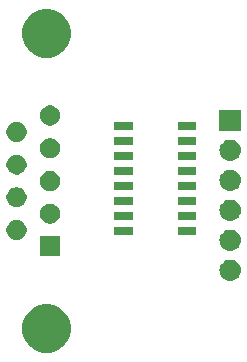
<source format=gbr>
G04 #@! TF.GenerationSoftware,KiCad,Pcbnew,(5.0.2)-1*
G04 #@! TF.CreationDate,2019-09-08T20:17:19-04:00*
G04 #@! TF.ProjectId,RS232_TTL_Female,52533233-325f-4545-944c-5f46656d616c,rev?*
G04 #@! TF.SameCoordinates,Original*
G04 #@! TF.FileFunction,Soldermask,Top*
G04 #@! TF.FilePolarity,Negative*
%FSLAX46Y46*%
G04 Gerber Fmt 4.6, Leading zero omitted, Abs format (unit mm)*
G04 Created by KiCad (PCBNEW (5.0.2)-1) date 9/8/2019 8:17:19 PM*
%MOMM*%
%LPD*%
G01*
G04 APERTURE LIST*
%ADD10C,0.100000*%
G04 APERTURE END LIST*
D10*
G36*
X8299252Y-25815818D02*
X8299254Y-25815819D01*
X8299255Y-25815819D01*
X8672513Y-25970427D01*
X8672514Y-25970428D01*
X9008439Y-26194886D01*
X9294114Y-26480561D01*
X9294116Y-26480564D01*
X9518573Y-26816487D01*
X9673181Y-27189745D01*
X9752000Y-27585994D01*
X9752000Y-27990006D01*
X9673181Y-28386255D01*
X9518573Y-28759513D01*
X9518572Y-28759514D01*
X9294114Y-29095439D01*
X9008439Y-29381114D01*
X9008436Y-29381116D01*
X8672513Y-29605573D01*
X8299255Y-29760181D01*
X8299254Y-29760181D01*
X8299252Y-29760182D01*
X7903007Y-29839000D01*
X7498993Y-29839000D01*
X7102748Y-29760182D01*
X7102746Y-29760181D01*
X7102745Y-29760181D01*
X6729487Y-29605573D01*
X6393564Y-29381116D01*
X6393561Y-29381114D01*
X6107886Y-29095439D01*
X5883428Y-28759514D01*
X5883427Y-28759513D01*
X5728819Y-28386255D01*
X5650000Y-27990006D01*
X5650000Y-27585994D01*
X5728819Y-27189745D01*
X5883427Y-26816487D01*
X6107884Y-26480564D01*
X6107886Y-26480561D01*
X6393561Y-26194886D01*
X6729486Y-25970428D01*
X6729487Y-25970427D01*
X7102745Y-25815819D01*
X7102746Y-25815819D01*
X7102748Y-25815818D01*
X7498993Y-25737000D01*
X7903007Y-25737000D01*
X8299252Y-25815818D01*
X8299252Y-25815818D01*
G37*
G36*
X23351443Y-21965519D02*
X23417627Y-21972037D01*
X23530853Y-22006384D01*
X23587467Y-22023557D01*
X23726087Y-22097652D01*
X23743991Y-22107222D01*
X23779729Y-22136552D01*
X23881186Y-22219814D01*
X23964448Y-22321271D01*
X23993778Y-22357009D01*
X23993779Y-22357011D01*
X24077443Y-22513533D01*
X24077443Y-22513534D01*
X24128963Y-22683373D01*
X24146359Y-22860000D01*
X24128963Y-23036627D01*
X24094616Y-23149853D01*
X24077443Y-23206467D01*
X24003348Y-23345087D01*
X23993778Y-23362991D01*
X23964448Y-23398729D01*
X23881186Y-23500186D01*
X23779729Y-23583448D01*
X23743991Y-23612778D01*
X23743989Y-23612779D01*
X23587467Y-23696443D01*
X23530853Y-23713616D01*
X23417627Y-23747963D01*
X23351442Y-23754482D01*
X23285260Y-23761000D01*
X23196740Y-23761000D01*
X23130558Y-23754482D01*
X23064373Y-23747963D01*
X22951147Y-23713616D01*
X22894533Y-23696443D01*
X22738011Y-23612779D01*
X22738009Y-23612778D01*
X22702271Y-23583448D01*
X22600814Y-23500186D01*
X22517552Y-23398729D01*
X22488222Y-23362991D01*
X22478652Y-23345087D01*
X22404557Y-23206467D01*
X22387384Y-23149853D01*
X22353037Y-23036627D01*
X22335641Y-22860000D01*
X22353037Y-22683373D01*
X22404557Y-22513534D01*
X22404557Y-22513533D01*
X22488221Y-22357011D01*
X22488222Y-22357009D01*
X22517552Y-22321271D01*
X22600814Y-22219814D01*
X22702271Y-22136552D01*
X22738009Y-22107222D01*
X22755913Y-22097652D01*
X22894533Y-22023557D01*
X22951147Y-22006384D01*
X23064373Y-21972037D01*
X23130557Y-21965519D01*
X23196740Y-21959000D01*
X23285260Y-21959000D01*
X23351443Y-21965519D01*
X23351443Y-21965519D01*
G37*
G36*
X8852000Y-21679000D02*
X7150000Y-21679000D01*
X7150000Y-19977000D01*
X8852000Y-19977000D01*
X8852000Y-21679000D01*
X8852000Y-21679000D01*
G37*
G36*
X23351443Y-19425519D02*
X23417627Y-19432037D01*
X23530853Y-19466384D01*
X23587467Y-19483557D01*
X23726087Y-19557652D01*
X23743991Y-19567222D01*
X23779729Y-19596552D01*
X23881186Y-19679814D01*
X23964448Y-19781271D01*
X23993778Y-19817009D01*
X23993779Y-19817011D01*
X24077443Y-19973533D01*
X24081067Y-19985481D01*
X24128963Y-20143373D01*
X24146359Y-20320000D01*
X24128963Y-20496627D01*
X24094616Y-20609853D01*
X24077443Y-20666467D01*
X24003348Y-20805087D01*
X23993778Y-20822991D01*
X23964448Y-20858729D01*
X23881186Y-20960186D01*
X23779729Y-21043448D01*
X23743991Y-21072778D01*
X23743989Y-21072779D01*
X23587467Y-21156443D01*
X23530853Y-21173616D01*
X23417627Y-21207963D01*
X23351442Y-21214482D01*
X23285260Y-21221000D01*
X23196740Y-21221000D01*
X23130558Y-21214482D01*
X23064373Y-21207963D01*
X22951147Y-21173616D01*
X22894533Y-21156443D01*
X22738011Y-21072779D01*
X22738009Y-21072778D01*
X22702271Y-21043448D01*
X22600814Y-20960186D01*
X22517552Y-20858729D01*
X22488222Y-20822991D01*
X22478652Y-20805087D01*
X22404557Y-20666467D01*
X22387384Y-20609853D01*
X22353037Y-20496627D01*
X22335641Y-20320000D01*
X22353037Y-20143373D01*
X22400933Y-19985481D01*
X22404557Y-19973533D01*
X22488221Y-19817011D01*
X22488222Y-19817009D01*
X22517552Y-19781271D01*
X22600814Y-19679814D01*
X22702271Y-19596552D01*
X22738009Y-19567222D01*
X22755913Y-19557652D01*
X22894533Y-19483557D01*
X22951147Y-19466384D01*
X23064373Y-19432037D01*
X23130557Y-19425519D01*
X23196740Y-19419000D01*
X23285260Y-19419000D01*
X23351443Y-19425519D01*
X23351443Y-19425519D01*
G37*
G36*
X5409228Y-18624703D02*
X5564100Y-18688853D01*
X5703481Y-18781985D01*
X5822015Y-18900519D01*
X5915147Y-19039900D01*
X5979297Y-19194772D01*
X6012000Y-19359184D01*
X6012000Y-19526816D01*
X5979297Y-19691228D01*
X5915147Y-19846100D01*
X5822015Y-19985481D01*
X5703481Y-20104015D01*
X5564100Y-20197147D01*
X5409228Y-20261297D01*
X5244816Y-20294000D01*
X5077184Y-20294000D01*
X4912772Y-20261297D01*
X4757900Y-20197147D01*
X4618519Y-20104015D01*
X4499985Y-19985481D01*
X4406853Y-19846100D01*
X4342703Y-19691228D01*
X4310000Y-19526816D01*
X4310000Y-19359184D01*
X4342703Y-19194772D01*
X4406853Y-19039900D01*
X4499985Y-18900519D01*
X4618519Y-18781985D01*
X4757900Y-18688853D01*
X4912772Y-18624703D01*
X5077184Y-18592000D01*
X5244816Y-18592000D01*
X5409228Y-18624703D01*
X5409228Y-18624703D01*
G37*
G36*
X14992000Y-19909000D02*
X13390000Y-19909000D01*
X13390000Y-19207000D01*
X14992000Y-19207000D01*
X14992000Y-19909000D01*
X14992000Y-19909000D01*
G37*
G36*
X20392000Y-19909000D02*
X18790000Y-19909000D01*
X18790000Y-19207000D01*
X20392000Y-19207000D01*
X20392000Y-19909000D01*
X20392000Y-19909000D01*
G37*
G36*
X8249228Y-17239703D02*
X8404100Y-17303853D01*
X8543481Y-17396985D01*
X8662015Y-17515519D01*
X8755147Y-17654900D01*
X8819297Y-17809772D01*
X8852000Y-17974184D01*
X8852000Y-18141816D01*
X8819297Y-18306228D01*
X8755147Y-18461100D01*
X8662015Y-18600481D01*
X8543481Y-18719015D01*
X8404100Y-18812147D01*
X8249228Y-18876297D01*
X8084816Y-18909000D01*
X7917184Y-18909000D01*
X7752772Y-18876297D01*
X7597900Y-18812147D01*
X7458519Y-18719015D01*
X7339985Y-18600481D01*
X7246853Y-18461100D01*
X7182703Y-18306228D01*
X7150000Y-18141816D01*
X7150000Y-17974184D01*
X7182703Y-17809772D01*
X7246853Y-17654900D01*
X7339985Y-17515519D01*
X7458519Y-17396985D01*
X7597900Y-17303853D01*
X7752772Y-17239703D01*
X7917184Y-17207000D01*
X8084816Y-17207000D01*
X8249228Y-17239703D01*
X8249228Y-17239703D01*
G37*
G36*
X23351443Y-16885519D02*
X23417627Y-16892037D01*
X23513857Y-16921228D01*
X23587467Y-16943557D01*
X23726087Y-17017652D01*
X23743991Y-17027222D01*
X23779729Y-17056552D01*
X23881186Y-17139814D01*
X23936323Y-17207000D01*
X23993778Y-17277009D01*
X23993779Y-17277011D01*
X24077443Y-17433533D01*
X24077443Y-17433534D01*
X24128963Y-17603373D01*
X24146359Y-17780000D01*
X24128963Y-17956627D01*
X24123637Y-17974184D01*
X24077443Y-18126467D01*
X24003348Y-18265087D01*
X23993778Y-18282991D01*
X23974708Y-18306228D01*
X23881186Y-18420186D01*
X23779729Y-18503448D01*
X23743991Y-18532778D01*
X23743989Y-18532779D01*
X23587467Y-18616443D01*
X23530853Y-18633616D01*
X23417627Y-18667963D01*
X23351443Y-18674481D01*
X23285260Y-18681000D01*
X23196740Y-18681000D01*
X23130557Y-18674481D01*
X23064373Y-18667963D01*
X22951147Y-18633616D01*
X22894533Y-18616443D01*
X22738011Y-18532779D01*
X22738009Y-18532778D01*
X22702271Y-18503448D01*
X22600814Y-18420186D01*
X22507292Y-18306228D01*
X22488222Y-18282991D01*
X22478652Y-18265087D01*
X22404557Y-18126467D01*
X22358363Y-17974184D01*
X22353037Y-17956627D01*
X22335641Y-17780000D01*
X22353037Y-17603373D01*
X22404557Y-17433534D01*
X22404557Y-17433533D01*
X22488221Y-17277011D01*
X22488222Y-17277009D01*
X22545677Y-17207000D01*
X22600814Y-17139814D01*
X22702271Y-17056552D01*
X22738009Y-17027222D01*
X22755913Y-17017652D01*
X22894533Y-16943557D01*
X22968143Y-16921228D01*
X23064373Y-16892037D01*
X23130557Y-16885519D01*
X23196740Y-16879000D01*
X23285260Y-16879000D01*
X23351443Y-16885519D01*
X23351443Y-16885519D01*
G37*
G36*
X14992000Y-18639000D02*
X13390000Y-18639000D01*
X13390000Y-17937000D01*
X14992000Y-17937000D01*
X14992000Y-18639000D01*
X14992000Y-18639000D01*
G37*
G36*
X20392000Y-18639000D02*
X18790000Y-18639000D01*
X18790000Y-17937000D01*
X20392000Y-17937000D01*
X20392000Y-18639000D01*
X20392000Y-18639000D01*
G37*
G36*
X5409228Y-15854703D02*
X5564100Y-15918853D01*
X5703481Y-16011985D01*
X5822015Y-16130519D01*
X5915147Y-16269900D01*
X5979297Y-16424772D01*
X6012000Y-16589184D01*
X6012000Y-16756816D01*
X5979297Y-16921228D01*
X5915147Y-17076100D01*
X5822015Y-17215481D01*
X5703481Y-17334015D01*
X5564100Y-17427147D01*
X5409228Y-17491297D01*
X5244816Y-17524000D01*
X5077184Y-17524000D01*
X4912772Y-17491297D01*
X4757900Y-17427147D01*
X4618519Y-17334015D01*
X4499985Y-17215481D01*
X4406853Y-17076100D01*
X4342703Y-16921228D01*
X4310000Y-16756816D01*
X4310000Y-16589184D01*
X4342703Y-16424772D01*
X4406853Y-16269900D01*
X4499985Y-16130519D01*
X4618519Y-16011985D01*
X4757900Y-15918853D01*
X4912772Y-15854703D01*
X5077184Y-15822000D01*
X5244816Y-15822000D01*
X5409228Y-15854703D01*
X5409228Y-15854703D01*
G37*
G36*
X14992000Y-17369000D02*
X13390000Y-17369000D01*
X13390000Y-16667000D01*
X14992000Y-16667000D01*
X14992000Y-17369000D01*
X14992000Y-17369000D01*
G37*
G36*
X20392000Y-17369000D02*
X18790000Y-17369000D01*
X18790000Y-16667000D01*
X20392000Y-16667000D01*
X20392000Y-17369000D01*
X20392000Y-17369000D01*
G37*
G36*
X23351443Y-14345519D02*
X23417627Y-14352037D01*
X23530853Y-14386384D01*
X23587467Y-14403557D01*
X23665900Y-14445481D01*
X23743991Y-14487222D01*
X23779729Y-14516552D01*
X23881186Y-14599814D01*
X23964448Y-14701271D01*
X23993778Y-14737009D01*
X23993779Y-14737011D01*
X24077443Y-14893533D01*
X24077443Y-14893534D01*
X24128963Y-15063373D01*
X24146359Y-15240000D01*
X24128963Y-15416627D01*
X24094616Y-15529853D01*
X24077443Y-15586467D01*
X24021515Y-15691100D01*
X23993778Y-15742991D01*
X23964448Y-15778729D01*
X23881186Y-15880186D01*
X23797316Y-15949015D01*
X23743991Y-15992778D01*
X23743989Y-15992779D01*
X23587467Y-16076443D01*
X23530853Y-16093616D01*
X23417627Y-16127963D01*
X23351443Y-16134481D01*
X23285260Y-16141000D01*
X23196740Y-16141000D01*
X23130557Y-16134481D01*
X23064373Y-16127963D01*
X22951147Y-16093616D01*
X22894533Y-16076443D01*
X22738011Y-15992779D01*
X22738009Y-15992778D01*
X22684684Y-15949015D01*
X22600814Y-15880186D01*
X22517552Y-15778729D01*
X22488222Y-15742991D01*
X22460485Y-15691100D01*
X22404557Y-15586467D01*
X22387384Y-15529853D01*
X22353037Y-15416627D01*
X22335641Y-15240000D01*
X22353037Y-15063373D01*
X22404557Y-14893534D01*
X22404557Y-14893533D01*
X22488221Y-14737011D01*
X22488222Y-14737009D01*
X22517552Y-14701271D01*
X22600814Y-14599814D01*
X22702271Y-14516552D01*
X22738009Y-14487222D01*
X22816100Y-14445481D01*
X22894533Y-14403557D01*
X22951147Y-14386384D01*
X23064373Y-14352037D01*
X23130557Y-14345519D01*
X23196740Y-14339000D01*
X23285260Y-14339000D01*
X23351443Y-14345519D01*
X23351443Y-14345519D01*
G37*
G36*
X8249228Y-14469703D02*
X8404100Y-14533853D01*
X8543481Y-14626985D01*
X8662015Y-14745519D01*
X8755147Y-14884900D01*
X8819297Y-15039772D01*
X8852000Y-15204184D01*
X8852000Y-15371816D01*
X8819297Y-15536228D01*
X8755147Y-15691100D01*
X8662015Y-15830481D01*
X8543481Y-15949015D01*
X8404100Y-16042147D01*
X8249228Y-16106297D01*
X8084816Y-16139000D01*
X7917184Y-16139000D01*
X7752772Y-16106297D01*
X7597900Y-16042147D01*
X7458519Y-15949015D01*
X7339985Y-15830481D01*
X7246853Y-15691100D01*
X7182703Y-15536228D01*
X7150000Y-15371816D01*
X7150000Y-15204184D01*
X7182703Y-15039772D01*
X7246853Y-14884900D01*
X7339985Y-14745519D01*
X7458519Y-14626985D01*
X7597900Y-14533853D01*
X7752772Y-14469703D01*
X7917184Y-14437000D01*
X8084816Y-14437000D01*
X8249228Y-14469703D01*
X8249228Y-14469703D01*
G37*
G36*
X20392000Y-16099000D02*
X18790000Y-16099000D01*
X18790000Y-15397000D01*
X20392000Y-15397000D01*
X20392000Y-16099000D01*
X20392000Y-16099000D01*
G37*
G36*
X14992000Y-16099000D02*
X13390000Y-16099000D01*
X13390000Y-15397000D01*
X14992000Y-15397000D01*
X14992000Y-16099000D01*
X14992000Y-16099000D01*
G37*
G36*
X14992000Y-14829000D02*
X13390000Y-14829000D01*
X13390000Y-14127000D01*
X14992000Y-14127000D01*
X14992000Y-14829000D01*
X14992000Y-14829000D01*
G37*
G36*
X20392000Y-14829000D02*
X18790000Y-14829000D01*
X18790000Y-14127000D01*
X20392000Y-14127000D01*
X20392000Y-14829000D01*
X20392000Y-14829000D01*
G37*
G36*
X5409228Y-13084703D02*
X5564100Y-13148853D01*
X5703481Y-13241985D01*
X5822015Y-13360519D01*
X5915147Y-13499900D01*
X5979297Y-13654772D01*
X6012000Y-13819184D01*
X6012000Y-13986816D01*
X5979297Y-14151228D01*
X5915147Y-14306100D01*
X5822015Y-14445481D01*
X5703481Y-14564015D01*
X5564100Y-14657147D01*
X5409228Y-14721297D01*
X5244816Y-14754000D01*
X5077184Y-14754000D01*
X4912772Y-14721297D01*
X4757900Y-14657147D01*
X4618519Y-14564015D01*
X4499985Y-14445481D01*
X4406853Y-14306100D01*
X4342703Y-14151228D01*
X4310000Y-13986816D01*
X4310000Y-13819184D01*
X4342703Y-13654772D01*
X4406853Y-13499900D01*
X4499985Y-13360519D01*
X4618519Y-13241985D01*
X4757900Y-13148853D01*
X4912772Y-13084703D01*
X5077184Y-13052000D01*
X5244816Y-13052000D01*
X5409228Y-13084703D01*
X5409228Y-13084703D01*
G37*
G36*
X23351443Y-11805519D02*
X23417627Y-11812037D01*
X23530853Y-11846384D01*
X23587467Y-11863557D01*
X23726087Y-11937652D01*
X23743991Y-11947222D01*
X23748956Y-11951297D01*
X23881186Y-12059814D01*
X23964448Y-12161271D01*
X23993778Y-12197009D01*
X23993779Y-12197011D01*
X24077443Y-12353533D01*
X24077443Y-12353534D01*
X24128963Y-12523373D01*
X24146359Y-12700000D01*
X24128963Y-12876627D01*
X24115472Y-12921100D01*
X24077443Y-13046467D01*
X24022716Y-13148853D01*
X23993778Y-13202991D01*
X23964448Y-13238729D01*
X23881186Y-13340186D01*
X23779729Y-13423448D01*
X23743991Y-13452778D01*
X23743989Y-13452779D01*
X23587467Y-13536443D01*
X23530853Y-13553616D01*
X23417627Y-13587963D01*
X23351443Y-13594481D01*
X23285260Y-13601000D01*
X23196740Y-13601000D01*
X23130557Y-13594481D01*
X23064373Y-13587963D01*
X22951147Y-13553616D01*
X22894533Y-13536443D01*
X22738011Y-13452779D01*
X22738009Y-13452778D01*
X22702271Y-13423448D01*
X22600814Y-13340186D01*
X22517552Y-13238729D01*
X22488222Y-13202991D01*
X22459284Y-13148853D01*
X22404557Y-13046467D01*
X22366528Y-12921100D01*
X22353037Y-12876627D01*
X22335641Y-12700000D01*
X22353037Y-12523373D01*
X22404557Y-12353534D01*
X22404557Y-12353533D01*
X22488221Y-12197011D01*
X22488222Y-12197009D01*
X22517552Y-12161271D01*
X22600814Y-12059814D01*
X22733044Y-11951297D01*
X22738009Y-11947222D01*
X22755913Y-11937652D01*
X22894533Y-11863557D01*
X22951147Y-11846384D01*
X23064373Y-11812037D01*
X23130557Y-11805519D01*
X23196740Y-11799000D01*
X23285260Y-11799000D01*
X23351443Y-11805519D01*
X23351443Y-11805519D01*
G37*
G36*
X20392000Y-13559000D02*
X18790000Y-13559000D01*
X18790000Y-12857000D01*
X20392000Y-12857000D01*
X20392000Y-13559000D01*
X20392000Y-13559000D01*
G37*
G36*
X14992000Y-13559000D02*
X13390000Y-13559000D01*
X13390000Y-12857000D01*
X14992000Y-12857000D01*
X14992000Y-13559000D01*
X14992000Y-13559000D01*
G37*
G36*
X8249228Y-11699703D02*
X8404100Y-11763853D01*
X8543481Y-11856985D01*
X8662015Y-11975519D01*
X8755147Y-12114900D01*
X8819297Y-12269772D01*
X8852000Y-12434184D01*
X8852000Y-12601816D01*
X8819297Y-12766228D01*
X8755147Y-12921100D01*
X8662015Y-13060481D01*
X8543481Y-13179015D01*
X8404100Y-13272147D01*
X8249228Y-13336297D01*
X8084816Y-13369000D01*
X7917184Y-13369000D01*
X7752772Y-13336297D01*
X7597900Y-13272147D01*
X7458519Y-13179015D01*
X7339985Y-13060481D01*
X7246853Y-12921100D01*
X7182703Y-12766228D01*
X7150000Y-12601816D01*
X7150000Y-12434184D01*
X7182703Y-12269772D01*
X7246853Y-12114900D01*
X7339985Y-11975519D01*
X7458519Y-11856985D01*
X7597900Y-11763853D01*
X7752772Y-11699703D01*
X7917184Y-11667000D01*
X8084816Y-11667000D01*
X8249228Y-11699703D01*
X8249228Y-11699703D01*
G37*
G36*
X20392000Y-12289000D02*
X18790000Y-12289000D01*
X18790000Y-11587000D01*
X20392000Y-11587000D01*
X20392000Y-12289000D01*
X20392000Y-12289000D01*
G37*
G36*
X14992000Y-12289000D02*
X13390000Y-12289000D01*
X13390000Y-11587000D01*
X14992000Y-11587000D01*
X14992000Y-12289000D01*
X14992000Y-12289000D01*
G37*
G36*
X5409228Y-10314703D02*
X5564100Y-10378853D01*
X5703481Y-10471985D01*
X5822015Y-10590519D01*
X5915147Y-10729900D01*
X5979297Y-10884772D01*
X6012000Y-11049184D01*
X6012000Y-11216816D01*
X5979297Y-11381228D01*
X5915147Y-11536100D01*
X5822015Y-11675481D01*
X5703481Y-11794015D01*
X5564100Y-11887147D01*
X5409228Y-11951297D01*
X5244816Y-11984000D01*
X5077184Y-11984000D01*
X4912772Y-11951297D01*
X4757900Y-11887147D01*
X4618519Y-11794015D01*
X4499985Y-11675481D01*
X4406853Y-11536100D01*
X4342703Y-11381228D01*
X4310000Y-11216816D01*
X4310000Y-11049184D01*
X4342703Y-10884772D01*
X4406853Y-10729900D01*
X4499985Y-10590519D01*
X4618519Y-10471985D01*
X4757900Y-10378853D01*
X4912772Y-10314703D01*
X5077184Y-10282000D01*
X5244816Y-10282000D01*
X5409228Y-10314703D01*
X5409228Y-10314703D01*
G37*
G36*
X24142000Y-11061000D02*
X22340000Y-11061000D01*
X22340000Y-9259000D01*
X24142000Y-9259000D01*
X24142000Y-11061000D01*
X24142000Y-11061000D01*
G37*
G36*
X14992000Y-11019000D02*
X13390000Y-11019000D01*
X13390000Y-10317000D01*
X14992000Y-10317000D01*
X14992000Y-11019000D01*
X14992000Y-11019000D01*
G37*
G36*
X20392000Y-11019000D02*
X18790000Y-11019000D01*
X18790000Y-10317000D01*
X20392000Y-10317000D01*
X20392000Y-11019000D01*
X20392000Y-11019000D01*
G37*
G36*
X8249228Y-8929703D02*
X8404100Y-8993853D01*
X8543481Y-9086985D01*
X8662015Y-9205519D01*
X8755147Y-9344900D01*
X8819297Y-9499772D01*
X8852000Y-9664184D01*
X8852000Y-9831816D01*
X8819297Y-9996228D01*
X8755147Y-10151100D01*
X8662015Y-10290481D01*
X8543481Y-10409015D01*
X8404100Y-10502147D01*
X8249228Y-10566297D01*
X8084816Y-10599000D01*
X7917184Y-10599000D01*
X7752772Y-10566297D01*
X7597900Y-10502147D01*
X7458519Y-10409015D01*
X7339985Y-10290481D01*
X7246853Y-10151100D01*
X7182703Y-9996228D01*
X7150000Y-9831816D01*
X7150000Y-9664184D01*
X7182703Y-9499772D01*
X7246853Y-9344900D01*
X7339985Y-9205519D01*
X7458519Y-9086985D01*
X7597900Y-8993853D01*
X7752772Y-8929703D01*
X7917184Y-8897000D01*
X8084816Y-8897000D01*
X8249228Y-8929703D01*
X8249228Y-8929703D01*
G37*
G36*
X8299252Y-815818D02*
X8299254Y-815819D01*
X8299255Y-815819D01*
X8672513Y-970427D01*
X8672514Y-970428D01*
X9008439Y-1194886D01*
X9294114Y-1480561D01*
X9294116Y-1480564D01*
X9518573Y-1816487D01*
X9673181Y-2189745D01*
X9752000Y-2585994D01*
X9752000Y-2990006D01*
X9673181Y-3386255D01*
X9518573Y-3759513D01*
X9518572Y-3759514D01*
X9294114Y-4095439D01*
X9008439Y-4381114D01*
X9008436Y-4381116D01*
X8672513Y-4605573D01*
X8299255Y-4760181D01*
X8299254Y-4760181D01*
X8299252Y-4760182D01*
X7903007Y-4839000D01*
X7498993Y-4839000D01*
X7102748Y-4760182D01*
X7102746Y-4760181D01*
X7102745Y-4760181D01*
X6729487Y-4605573D01*
X6393564Y-4381116D01*
X6393561Y-4381114D01*
X6107886Y-4095439D01*
X5883428Y-3759514D01*
X5883427Y-3759513D01*
X5728819Y-3386255D01*
X5650000Y-2990006D01*
X5650000Y-2585994D01*
X5728819Y-2189745D01*
X5883427Y-1816487D01*
X6107884Y-1480564D01*
X6107886Y-1480561D01*
X6393561Y-1194886D01*
X6729486Y-970428D01*
X6729487Y-970427D01*
X7102745Y-815819D01*
X7102746Y-815819D01*
X7102748Y-815818D01*
X7498993Y-737000D01*
X7903007Y-737000D01*
X8299252Y-815818D01*
X8299252Y-815818D01*
G37*
M02*

</source>
